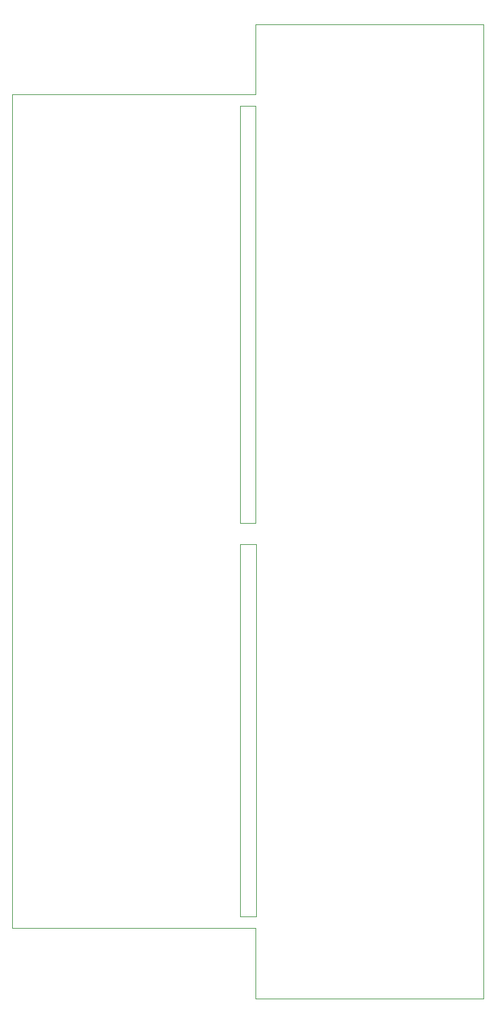
<source format=gbr>
%TF.GenerationSoftware,KiCad,Pcbnew,8.0.7*%
%TF.CreationDate,2025-01-06T00:46:59+00:00*%
%TF.ProjectId,multbuf,6d756c74-6275-4662-9e6b-696361645f70,rev?*%
%TF.SameCoordinates,Original*%
%TF.FileFunction,Profile,NP*%
%FSLAX46Y46*%
G04 Gerber Fmt 4.6, Leading zero omitted, Abs format (unit mm)*
G04 Created by KiCad (PCBNEW 8.0.7) date 2025-01-06 00:46:59*
%MOMM*%
%LPD*%
G01*
G04 APERTURE LIST*
%TA.AperFunction,Profile*%
%ADD10C,0.050000*%
%TD*%
G04 APERTURE END LIST*
D10*
X77600000Y-45650000D02*
X79700000Y-45650000D01*
X79700000Y-100650000D01*
X77600000Y-100650000D01*
X77600000Y-45650000D01*
X77650000Y-103500000D02*
X79750000Y-103500000D01*
X79750000Y-152600000D01*
X77650000Y-152600000D01*
X77650000Y-103500000D01*
X79700000Y-163405000D02*
X109700000Y-163405000D01*
X79700000Y-163405000D01*
X109700000Y-163405000D02*
X79700000Y-163405000D01*
X79700000Y-154100000D01*
X47550000Y-154150000D01*
X47550000Y-44150000D01*
X79700000Y-44100000D01*
X79700000Y-34905000D01*
X109700000Y-34905000D01*
X109700000Y-163405000D01*
M02*

</source>
